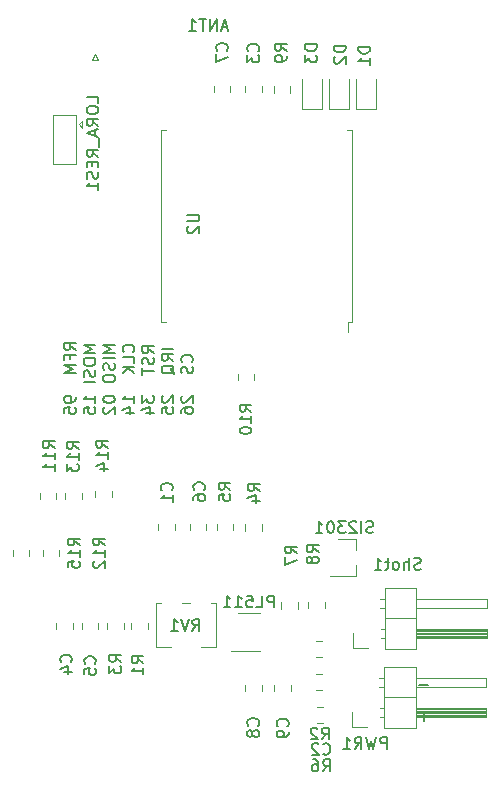
<source format=gbr>
G04 #@! TF.GenerationSoftware,KiCad,Pcbnew,(5.1.2)-2*
G04 #@! TF.CreationDate,2019-12-14T23:06:18+01:00*
G04 #@! TF.ProjectId,ttgot5,7474676f-7435-42e6-9b69-6361645f7063,rev?*
G04 #@! TF.SameCoordinates,Original*
G04 #@! TF.FileFunction,Legend,Bot*
G04 #@! TF.FilePolarity,Positive*
%FSLAX46Y46*%
G04 Gerber Fmt 4.6, Leading zero omitted, Abs format (unit mm)*
G04 Created by KiCad (PCBNEW (5.1.2)-2) date 2019-12-14 23:06:18*
%MOMM*%
%LPD*%
G04 APERTURE LIST*
%ADD10C,0.150000*%
%ADD11C,0.120000*%
G04 APERTURE END LIST*
D10*
X106344380Y-130296652D02*
X105868190Y-129963319D01*
X106344380Y-129725223D02*
X105344380Y-129725223D01*
X105344380Y-130106176D01*
X105392000Y-130201414D01*
X105439619Y-130249033D01*
X105534857Y-130296652D01*
X105677714Y-130296652D01*
X105772952Y-130249033D01*
X105820571Y-130201414D01*
X105868190Y-130106176D01*
X105868190Y-129725223D01*
X105820571Y-131058557D02*
X105820571Y-130725223D01*
X106344380Y-130725223D02*
X105344380Y-130725223D01*
X105344380Y-131201414D01*
X106344380Y-131582366D02*
X105344380Y-131582366D01*
X106058666Y-131915700D01*
X105344380Y-132249033D01*
X106344380Y-132249033D01*
X106344380Y-134296652D02*
X106344380Y-134487128D01*
X106296761Y-134582366D01*
X106249142Y-134629985D01*
X106106285Y-134725223D01*
X105915809Y-134772842D01*
X105534857Y-134772842D01*
X105439619Y-134725223D01*
X105392000Y-134677604D01*
X105344380Y-134582366D01*
X105344380Y-134391890D01*
X105392000Y-134296652D01*
X105439619Y-134249033D01*
X105534857Y-134201414D01*
X105772952Y-134201414D01*
X105868190Y-134249033D01*
X105915809Y-134296652D01*
X105963428Y-134391890D01*
X105963428Y-134582366D01*
X105915809Y-134677604D01*
X105868190Y-134725223D01*
X105772952Y-134772842D01*
X105344380Y-135677604D02*
X105344380Y-135201414D01*
X105820571Y-135153795D01*
X105772952Y-135201414D01*
X105725333Y-135296652D01*
X105725333Y-135534747D01*
X105772952Y-135629985D01*
X105820571Y-135677604D01*
X105915809Y-135725223D01*
X106153904Y-135725223D01*
X106249142Y-135677604D01*
X106296761Y-135629985D01*
X106344380Y-135534747D01*
X106344380Y-135296652D01*
X106296761Y-135201414D01*
X106249142Y-135153795D01*
X107994380Y-129868080D02*
X106994380Y-129868080D01*
X107708666Y-130201414D01*
X106994380Y-130534747D01*
X107994380Y-130534747D01*
X106994380Y-131201414D02*
X106994380Y-131391890D01*
X107042000Y-131487128D01*
X107137238Y-131582366D01*
X107327714Y-131629985D01*
X107661047Y-131629985D01*
X107851523Y-131582366D01*
X107946761Y-131487128D01*
X107994380Y-131391890D01*
X107994380Y-131201414D01*
X107946761Y-131106176D01*
X107851523Y-131010938D01*
X107661047Y-130963319D01*
X107327714Y-130963319D01*
X107137238Y-131010938D01*
X107042000Y-131106176D01*
X106994380Y-131201414D01*
X107946761Y-132010938D02*
X107994380Y-132153795D01*
X107994380Y-132391890D01*
X107946761Y-132487128D01*
X107899142Y-132534747D01*
X107803904Y-132582366D01*
X107708666Y-132582366D01*
X107613428Y-132534747D01*
X107565809Y-132487128D01*
X107518190Y-132391890D01*
X107470571Y-132201414D01*
X107422952Y-132106176D01*
X107375333Y-132058557D01*
X107280095Y-132010938D01*
X107184857Y-132010938D01*
X107089619Y-132058557D01*
X107042000Y-132106176D01*
X106994380Y-132201414D01*
X106994380Y-132439509D01*
X107042000Y-132582366D01*
X107994380Y-133010938D02*
X106994380Y-133010938D01*
X107994380Y-134772842D02*
X107994380Y-134201414D01*
X107994380Y-134487128D02*
X106994380Y-134487128D01*
X107137238Y-134391890D01*
X107232476Y-134296652D01*
X107280095Y-134201414D01*
X106994380Y-135677604D02*
X106994380Y-135201414D01*
X107470571Y-135153795D01*
X107422952Y-135201414D01*
X107375333Y-135296652D01*
X107375333Y-135534747D01*
X107422952Y-135629985D01*
X107470571Y-135677604D01*
X107565809Y-135725223D01*
X107803904Y-135725223D01*
X107899142Y-135677604D01*
X107946761Y-135629985D01*
X107994380Y-135534747D01*
X107994380Y-135296652D01*
X107946761Y-135201414D01*
X107899142Y-135153795D01*
X109644380Y-129868080D02*
X108644380Y-129868080D01*
X109358666Y-130201414D01*
X108644380Y-130534747D01*
X109644380Y-130534747D01*
X109644380Y-131010938D02*
X108644380Y-131010938D01*
X109596761Y-131439509D02*
X109644380Y-131582366D01*
X109644380Y-131820461D01*
X109596761Y-131915700D01*
X109549142Y-131963319D01*
X109453904Y-132010938D01*
X109358666Y-132010938D01*
X109263428Y-131963319D01*
X109215809Y-131915700D01*
X109168190Y-131820461D01*
X109120571Y-131629985D01*
X109072952Y-131534747D01*
X109025333Y-131487128D01*
X108930095Y-131439509D01*
X108834857Y-131439509D01*
X108739619Y-131487128D01*
X108692000Y-131534747D01*
X108644380Y-131629985D01*
X108644380Y-131868080D01*
X108692000Y-132010938D01*
X108644380Y-132629985D02*
X108644380Y-132820461D01*
X108692000Y-132915700D01*
X108787238Y-133010938D01*
X108977714Y-133058557D01*
X109311047Y-133058557D01*
X109501523Y-133010938D01*
X109596761Y-132915700D01*
X109644380Y-132820461D01*
X109644380Y-132629985D01*
X109596761Y-132534747D01*
X109501523Y-132439509D01*
X109311047Y-132391890D01*
X108977714Y-132391890D01*
X108787238Y-132439509D01*
X108692000Y-132534747D01*
X108644380Y-132629985D01*
X108644380Y-134439509D02*
X108644380Y-134534747D01*
X108692000Y-134629985D01*
X108739619Y-134677604D01*
X108834857Y-134725223D01*
X109025333Y-134772842D01*
X109263428Y-134772842D01*
X109453904Y-134725223D01*
X109549142Y-134677604D01*
X109596761Y-134629985D01*
X109644380Y-134534747D01*
X109644380Y-134439509D01*
X109596761Y-134344271D01*
X109549142Y-134296652D01*
X109453904Y-134249033D01*
X109263428Y-134201414D01*
X109025333Y-134201414D01*
X108834857Y-134249033D01*
X108739619Y-134296652D01*
X108692000Y-134344271D01*
X108644380Y-134439509D01*
X108739619Y-135153795D02*
X108692000Y-135201414D01*
X108644380Y-135296652D01*
X108644380Y-135534747D01*
X108692000Y-135629985D01*
X108739619Y-135677604D01*
X108834857Y-135725223D01*
X108930095Y-135725223D01*
X109072952Y-135677604D01*
X109644380Y-135106176D01*
X109644380Y-135725223D01*
X111199142Y-130487128D02*
X111246761Y-130439509D01*
X111294380Y-130296652D01*
X111294380Y-130201414D01*
X111246761Y-130058557D01*
X111151523Y-129963319D01*
X111056285Y-129915700D01*
X110865809Y-129868080D01*
X110722952Y-129868080D01*
X110532476Y-129915700D01*
X110437238Y-129963319D01*
X110342000Y-130058557D01*
X110294380Y-130201414D01*
X110294380Y-130296652D01*
X110342000Y-130439509D01*
X110389619Y-130487128D01*
X111294380Y-131391890D02*
X111294380Y-130915700D01*
X110294380Y-130915700D01*
X111294380Y-131725223D02*
X110294380Y-131725223D01*
X111294380Y-132296652D02*
X110722952Y-131868080D01*
X110294380Y-132296652D02*
X110865809Y-131725223D01*
X111294380Y-134772842D02*
X111294380Y-134201414D01*
X111294380Y-134487128D02*
X110294380Y-134487128D01*
X110437238Y-134391890D01*
X110532476Y-134296652D01*
X110580095Y-134201414D01*
X110627714Y-135629985D02*
X111294380Y-135629985D01*
X110246761Y-135391890D02*
X110961047Y-135153795D01*
X110961047Y-135772842D01*
X112944380Y-130582366D02*
X112468190Y-130249033D01*
X112944380Y-130010938D02*
X111944380Y-130010938D01*
X111944380Y-130391890D01*
X111992000Y-130487128D01*
X112039619Y-130534747D01*
X112134857Y-130582366D01*
X112277714Y-130582366D01*
X112372952Y-130534747D01*
X112420571Y-130487128D01*
X112468190Y-130391890D01*
X112468190Y-130010938D01*
X112896761Y-130963319D02*
X112944380Y-131106176D01*
X112944380Y-131344271D01*
X112896761Y-131439509D01*
X112849142Y-131487128D01*
X112753904Y-131534747D01*
X112658666Y-131534747D01*
X112563428Y-131487128D01*
X112515809Y-131439509D01*
X112468190Y-131344271D01*
X112420571Y-131153795D01*
X112372952Y-131058557D01*
X112325333Y-131010938D01*
X112230095Y-130963319D01*
X112134857Y-130963319D01*
X112039619Y-131010938D01*
X111992000Y-131058557D01*
X111944380Y-131153795D01*
X111944380Y-131391890D01*
X111992000Y-131534747D01*
X111944380Y-131820461D02*
X111944380Y-132391890D01*
X112944380Y-132106176D02*
X111944380Y-132106176D01*
X111944380Y-134153795D02*
X111944380Y-134772842D01*
X112325333Y-134439509D01*
X112325333Y-134582366D01*
X112372952Y-134677604D01*
X112420571Y-134725223D01*
X112515809Y-134772842D01*
X112753904Y-134772842D01*
X112849142Y-134725223D01*
X112896761Y-134677604D01*
X112944380Y-134582366D01*
X112944380Y-134296652D01*
X112896761Y-134201414D01*
X112849142Y-134153795D01*
X112277714Y-135629985D02*
X112944380Y-135629985D01*
X111896761Y-135391890D02*
X112611047Y-135153795D01*
X112611047Y-135772842D01*
X114594380Y-130201414D02*
X113594380Y-130201414D01*
X114594380Y-131249033D02*
X114118190Y-130915700D01*
X114594380Y-130677604D02*
X113594380Y-130677604D01*
X113594380Y-131058557D01*
X113642000Y-131153795D01*
X113689619Y-131201414D01*
X113784857Y-131249033D01*
X113927714Y-131249033D01*
X114022952Y-131201414D01*
X114070571Y-131153795D01*
X114118190Y-131058557D01*
X114118190Y-130677604D01*
X114689619Y-132344271D02*
X114642000Y-132249033D01*
X114546761Y-132153795D01*
X114403904Y-132010938D01*
X114356285Y-131915700D01*
X114356285Y-131820461D01*
X114594380Y-131868080D02*
X114546761Y-131772842D01*
X114451523Y-131677604D01*
X114261047Y-131629985D01*
X113927714Y-131629985D01*
X113737238Y-131677604D01*
X113642000Y-131772842D01*
X113594380Y-131868080D01*
X113594380Y-132058557D01*
X113642000Y-132153795D01*
X113737238Y-132249033D01*
X113927714Y-132296652D01*
X114261047Y-132296652D01*
X114451523Y-132249033D01*
X114546761Y-132153795D01*
X114594380Y-132058557D01*
X114594380Y-131868080D01*
X113689619Y-134201414D02*
X113642000Y-134249033D01*
X113594380Y-134344271D01*
X113594380Y-134582366D01*
X113642000Y-134677604D01*
X113689619Y-134725223D01*
X113784857Y-134772842D01*
X113880095Y-134772842D01*
X114022952Y-134725223D01*
X114594380Y-134153795D01*
X114594380Y-134772842D01*
X113594380Y-135677604D02*
X113594380Y-135201414D01*
X114070571Y-135153795D01*
X114022952Y-135201414D01*
X113975333Y-135296652D01*
X113975333Y-135534747D01*
X114022952Y-135629985D01*
X114070571Y-135677604D01*
X114165809Y-135725223D01*
X114403904Y-135725223D01*
X114499142Y-135677604D01*
X114546761Y-135629985D01*
X114594380Y-135534747D01*
X114594380Y-135296652D01*
X114546761Y-135201414D01*
X114499142Y-135153795D01*
X116149142Y-131344271D02*
X116196761Y-131296652D01*
X116244380Y-131153795D01*
X116244380Y-131058557D01*
X116196761Y-130915700D01*
X116101523Y-130820461D01*
X116006285Y-130772842D01*
X115815809Y-130725223D01*
X115672952Y-130725223D01*
X115482476Y-130772842D01*
X115387238Y-130820461D01*
X115292000Y-130915700D01*
X115244380Y-131058557D01*
X115244380Y-131153795D01*
X115292000Y-131296652D01*
X115339619Y-131344271D01*
X116196761Y-131725223D02*
X116244380Y-131868080D01*
X116244380Y-132106176D01*
X116196761Y-132201414D01*
X116149142Y-132249033D01*
X116053904Y-132296652D01*
X115958666Y-132296652D01*
X115863428Y-132249033D01*
X115815809Y-132201414D01*
X115768190Y-132106176D01*
X115720571Y-131915700D01*
X115672952Y-131820461D01*
X115625333Y-131772842D01*
X115530095Y-131725223D01*
X115434857Y-131725223D01*
X115339619Y-131772842D01*
X115292000Y-131820461D01*
X115244380Y-131915700D01*
X115244380Y-132153795D01*
X115292000Y-132296652D01*
X115339619Y-134201414D02*
X115292000Y-134249033D01*
X115244380Y-134344271D01*
X115244380Y-134582366D01*
X115292000Y-134677604D01*
X115339619Y-134725223D01*
X115434857Y-134772842D01*
X115530095Y-134772842D01*
X115672952Y-134725223D01*
X116244380Y-134153795D01*
X116244380Y-134772842D01*
X115244380Y-135629985D02*
X115244380Y-135439509D01*
X115292000Y-135344271D01*
X115339619Y-135296652D01*
X115482476Y-135201414D01*
X115672952Y-135153795D01*
X116053904Y-135153795D01*
X116149142Y-135201414D01*
X116196761Y-135249033D01*
X116244380Y-135344271D01*
X116244380Y-135534747D01*
X116196761Y-135629985D01*
X116149142Y-135677604D01*
X116053904Y-135725223D01*
X115815809Y-135725223D01*
X115720571Y-135677604D01*
X115672952Y-135629985D01*
X115625333Y-135534747D01*
X115625333Y-135344271D01*
X115672952Y-135249033D01*
X115720571Y-135201414D01*
X115815809Y-135153795D01*
X136180952Y-158671428D02*
X135419047Y-158671428D01*
X136180952Y-161371428D02*
X135419047Y-161371428D01*
X135800000Y-161752380D02*
X135800000Y-160990476D01*
D11*
X129790400Y-155571200D02*
X131060400Y-155571200D01*
X129790400Y-154301200D02*
X129790400Y-155571200D01*
X132103329Y-151381200D02*
X132500400Y-151381200D01*
X132103329Y-152141200D02*
X132500400Y-152141200D01*
X141160400Y-151381200D02*
X135160400Y-151381200D01*
X141160400Y-152141200D02*
X141160400Y-151381200D01*
X135160400Y-152141200D02*
X141160400Y-152141200D01*
X132500400Y-153031200D02*
X135160400Y-153031200D01*
X132170400Y-153921200D02*
X132500400Y-153921200D01*
X132170400Y-154681200D02*
X132500400Y-154681200D01*
X135160400Y-154021200D02*
X141160400Y-154021200D01*
X135160400Y-154141200D02*
X141160400Y-154141200D01*
X135160400Y-154261200D02*
X141160400Y-154261200D01*
X135160400Y-154381200D02*
X141160400Y-154381200D01*
X135160400Y-154501200D02*
X141160400Y-154501200D01*
X135160400Y-154621200D02*
X141160400Y-154621200D01*
X141160400Y-153921200D02*
X135160400Y-153921200D01*
X141160400Y-154681200D02*
X141160400Y-153921200D01*
X135160400Y-154681200D02*
X141160400Y-154681200D01*
X135160400Y-155631200D02*
X132500400Y-155631200D01*
X135160400Y-150431200D02*
X135160400Y-155631200D01*
X132500400Y-150431200D02*
X135160400Y-150431200D01*
X132500400Y-155631200D02*
X132500400Y-150431200D01*
X129730000Y-162270000D02*
X131000000Y-162270000D01*
X129730000Y-161000000D02*
X129730000Y-162270000D01*
X132042929Y-158080000D02*
X132440000Y-158080000D01*
X132042929Y-158840000D02*
X132440000Y-158840000D01*
X141100000Y-158080000D02*
X135100000Y-158080000D01*
X141100000Y-158840000D02*
X141100000Y-158080000D01*
X135100000Y-158840000D02*
X141100000Y-158840000D01*
X132440000Y-159730000D02*
X135100000Y-159730000D01*
X132110000Y-160620000D02*
X132440000Y-160620000D01*
X132110000Y-161380000D02*
X132440000Y-161380000D01*
X135100000Y-160720000D02*
X141100000Y-160720000D01*
X135100000Y-160840000D02*
X141100000Y-160840000D01*
X135100000Y-160960000D02*
X141100000Y-160960000D01*
X135100000Y-161080000D02*
X141100000Y-161080000D01*
X135100000Y-161200000D02*
X141100000Y-161200000D01*
X135100000Y-161320000D02*
X141100000Y-161320000D01*
X141100000Y-160620000D02*
X135100000Y-160620000D01*
X141100000Y-161380000D02*
X141100000Y-160620000D01*
X135100000Y-161380000D02*
X141100000Y-161380000D01*
X135100000Y-162330000D02*
X132440000Y-162330000D01*
X135100000Y-157130000D02*
X135100000Y-162330000D01*
X132440000Y-157130000D02*
X135100000Y-157130000D01*
X132440000Y-162330000D02*
X132440000Y-157130000D01*
X124556800Y-158671748D02*
X124556800Y-159194252D01*
X123136800Y-158671748D02*
X123136800Y-159194252D01*
X122067600Y-158704548D02*
X122067600Y-159227052D01*
X120647600Y-158704548D02*
X120647600Y-159227052D01*
X108000000Y-105260000D02*
X108250000Y-105760000D01*
X108250000Y-105760000D02*
X107750000Y-105760000D01*
X107750000Y-105760000D02*
X108000000Y-105260000D01*
X100988000Y-147764252D02*
X100988000Y-147241748D01*
X102408000Y-147764252D02*
X102408000Y-147241748D01*
X104694000Y-142406748D02*
X104694000Y-142929252D01*
X103274000Y-142406748D02*
X103274000Y-142929252D01*
X120038000Y-132896252D02*
X120038000Y-132373748D01*
X121458000Y-132896252D02*
X121458000Y-132373748D01*
X104381000Y-110450000D02*
X104381000Y-114550000D01*
X104381000Y-114550000D02*
X106381000Y-114550000D01*
X106381000Y-114550000D02*
X106381000Y-110450000D01*
X106381000Y-110450000D02*
X104381000Y-110450000D01*
X106581000Y-111200000D02*
X106881000Y-110900000D01*
X106881000Y-110900000D02*
X106881000Y-111500000D01*
X106581000Y-111200000D02*
X106881000Y-111500000D01*
X123086000Y-108521252D02*
X123086000Y-107998748D01*
X124506000Y-108521252D02*
X124506000Y-107998748D01*
X113307000Y-145073748D02*
X113307000Y-145596252D01*
X114727000Y-145073748D02*
X114727000Y-145596252D01*
X126700748Y-159126000D02*
X127223252Y-159126000D01*
X126700748Y-157706000D02*
X127223252Y-157706000D01*
X122093000Y-107980748D02*
X122093000Y-108503252D01*
X120673000Y-107980748D02*
X120673000Y-108503252D01*
X131758000Y-109878000D02*
X130058000Y-109878000D01*
X130058000Y-109878000D02*
X130058000Y-107328000D01*
X131758000Y-109878000D02*
X131758000Y-107328000D01*
X129472000Y-109878000D02*
X129472000Y-107328000D01*
X127772000Y-109878000D02*
X127772000Y-107328000D01*
X129472000Y-109878000D02*
X127772000Y-109878000D01*
X127186000Y-109878000D02*
X125486000Y-109878000D01*
X125486000Y-109878000D02*
X125486000Y-107328000D01*
X127186000Y-109878000D02*
X127186000Y-107328000D01*
X130033000Y-146295000D02*
X130033000Y-147225000D01*
X130033000Y-149455000D02*
X130033000Y-148525000D01*
X130033000Y-149455000D02*
X127873000Y-149455000D01*
X130033000Y-146295000D02*
X128573000Y-146295000D01*
X111021000Y-153978252D02*
X111021000Y-153455748D01*
X112441000Y-153978252D02*
X112441000Y-153455748D01*
X127223252Y-156332000D02*
X126700748Y-156332000D01*
X127223252Y-154912000D02*
X126700748Y-154912000D01*
X110409000Y-153978252D02*
X110409000Y-153455748D01*
X108989000Y-153978252D02*
X108989000Y-153455748D01*
X120673000Y-145082748D02*
X120673000Y-145605252D01*
X122093000Y-145082748D02*
X122093000Y-145605252D01*
X118260000Y-145064748D02*
X118260000Y-145587252D01*
X119680000Y-145064748D02*
X119680000Y-145587252D01*
X127241252Y-161920000D02*
X126718748Y-161920000D01*
X127241252Y-160500000D02*
X126718748Y-160500000D01*
X125141000Y-152209252D02*
X125141000Y-151686748D01*
X123721000Y-152209252D02*
X123721000Y-151686748D01*
X120102000Y-152615000D02*
X121902000Y-152615000D01*
X121902000Y-155835000D02*
X119452000Y-155835000D01*
X129737000Y-127908000D02*
X129737000Y-111708000D01*
X129737000Y-111708000D02*
X129337000Y-111708000D01*
X113937000Y-127908000D02*
X113537000Y-127908000D01*
X113537000Y-127908000D02*
X113537000Y-111708000D01*
X113537000Y-111708000D02*
X113937000Y-111708000D01*
X129737000Y-127908000D02*
X129387000Y-127908000D01*
X129387000Y-127908000D02*
X129387000Y-128808000D01*
X126007000Y-151668748D02*
X126007000Y-152191252D01*
X127427000Y-151668748D02*
X127427000Y-152191252D01*
X106091000Y-153978252D02*
X106091000Y-153455748D01*
X104671000Y-153978252D02*
X104671000Y-153455748D01*
X108250000Y-153455748D02*
X108250000Y-153978252D01*
X106830000Y-153455748D02*
X106830000Y-153978252D01*
X115974000Y-145073748D02*
X115974000Y-145596252D01*
X117394000Y-145073748D02*
X117394000Y-145596252D01*
X104948000Y-147764252D02*
X104948000Y-147241748D01*
X103528000Y-147764252D02*
X103528000Y-147241748D01*
X105433000Y-142920252D02*
X105433000Y-142397748D01*
X106853000Y-142920252D02*
X106853000Y-142397748D01*
X107973000Y-142270748D02*
X107973000Y-142793252D01*
X109393000Y-142270748D02*
X109393000Y-142793252D01*
X118006000Y-107980748D02*
X118006000Y-108503252D01*
X119426000Y-107980748D02*
X119426000Y-108503252D01*
X113528000Y-151730000D02*
X113148000Y-151730000D01*
X118188000Y-151730000D02*
X117808000Y-151730000D01*
X116028000Y-151730000D02*
X115308000Y-151730000D01*
X118188000Y-155470000D02*
X116908000Y-155470000D01*
X114428000Y-155470000D02*
X113148000Y-155470000D01*
X118188000Y-151730000D02*
X118188000Y-155470000D01*
X113148000Y-151730000D02*
X113148000Y-155470000D01*
D10*
X135552780Y-148863961D02*
X135409923Y-148911580D01*
X135171828Y-148911580D01*
X135076590Y-148863961D01*
X135028971Y-148816342D01*
X134981352Y-148721104D01*
X134981352Y-148625866D01*
X135028971Y-148530628D01*
X135076590Y-148483009D01*
X135171828Y-148435390D01*
X135362304Y-148387771D01*
X135457542Y-148340152D01*
X135505161Y-148292533D01*
X135552780Y-148197295D01*
X135552780Y-148102057D01*
X135505161Y-148006819D01*
X135457542Y-147959200D01*
X135362304Y-147911580D01*
X135124209Y-147911580D01*
X134981352Y-147959200D01*
X134552780Y-148911580D02*
X134552780Y-147911580D01*
X134124209Y-148911580D02*
X134124209Y-148387771D01*
X134171828Y-148292533D01*
X134267066Y-148244914D01*
X134409923Y-148244914D01*
X134505161Y-148292533D01*
X134552780Y-148340152D01*
X133505161Y-148911580D02*
X133600400Y-148863961D01*
X133648019Y-148816342D01*
X133695638Y-148721104D01*
X133695638Y-148435390D01*
X133648019Y-148340152D01*
X133600400Y-148292533D01*
X133505161Y-148244914D01*
X133362304Y-148244914D01*
X133267066Y-148292533D01*
X133219447Y-148340152D01*
X133171828Y-148435390D01*
X133171828Y-148721104D01*
X133219447Y-148816342D01*
X133267066Y-148863961D01*
X133362304Y-148911580D01*
X133505161Y-148911580D01*
X132886114Y-148244914D02*
X132505161Y-148244914D01*
X132743257Y-147911580D02*
X132743257Y-148768723D01*
X132695638Y-148863961D01*
X132600400Y-148911580D01*
X132505161Y-148911580D01*
X131648019Y-148911580D02*
X132219447Y-148911580D01*
X131933733Y-148911580D02*
X131933733Y-147911580D01*
X132028971Y-148054438D01*
X132124209Y-148149676D01*
X132219447Y-148197295D01*
X132666723Y-164100780D02*
X132666723Y-163100780D01*
X132285771Y-163100780D01*
X132190533Y-163148400D01*
X132142914Y-163196019D01*
X132095295Y-163291257D01*
X132095295Y-163434114D01*
X132142914Y-163529352D01*
X132190533Y-163576971D01*
X132285771Y-163624590D01*
X132666723Y-163624590D01*
X131761961Y-163100780D02*
X131523866Y-164100780D01*
X131333390Y-163386495D01*
X131142914Y-164100780D01*
X130904819Y-163100780D01*
X129952438Y-164100780D02*
X130285771Y-163624590D01*
X130523866Y-164100780D02*
X130523866Y-163100780D01*
X130142914Y-163100780D01*
X130047676Y-163148400D01*
X130000057Y-163196019D01*
X129952438Y-163291257D01*
X129952438Y-163434114D01*
X130000057Y-163529352D01*
X130047676Y-163576971D01*
X130142914Y-163624590D01*
X130523866Y-163624590D01*
X129000057Y-164100780D02*
X129571485Y-164100780D01*
X129285771Y-164100780D02*
X129285771Y-163100780D01*
X129381009Y-163243638D01*
X129476247Y-163338876D01*
X129571485Y-163386495D01*
X124254742Y-162160933D02*
X124302361Y-162113314D01*
X124349980Y-161970457D01*
X124349980Y-161875219D01*
X124302361Y-161732361D01*
X124207123Y-161637123D01*
X124111885Y-161589504D01*
X123921409Y-161541885D01*
X123778552Y-161541885D01*
X123588076Y-161589504D01*
X123492838Y-161637123D01*
X123397600Y-161732361D01*
X123349980Y-161875219D01*
X123349980Y-161970457D01*
X123397600Y-162113314D01*
X123445219Y-162160933D01*
X124349980Y-162637123D02*
X124349980Y-162827600D01*
X124302361Y-162922838D01*
X124254742Y-162970457D01*
X124111885Y-163065695D01*
X123921409Y-163113314D01*
X123540457Y-163113314D01*
X123445219Y-163065695D01*
X123397600Y-163018076D01*
X123349980Y-162922838D01*
X123349980Y-162732361D01*
X123397600Y-162637123D01*
X123445219Y-162589504D01*
X123540457Y-162541885D01*
X123778552Y-162541885D01*
X123873790Y-162589504D01*
X123921409Y-162637123D01*
X123969028Y-162732361D01*
X123969028Y-162922838D01*
X123921409Y-163018076D01*
X123873790Y-163065695D01*
X123778552Y-163113314D01*
X121765542Y-162110133D02*
X121813161Y-162062514D01*
X121860780Y-161919657D01*
X121860780Y-161824419D01*
X121813161Y-161681561D01*
X121717923Y-161586323D01*
X121622685Y-161538704D01*
X121432209Y-161491085D01*
X121289352Y-161491085D01*
X121098876Y-161538704D01*
X121003638Y-161586323D01*
X120908400Y-161681561D01*
X120860780Y-161824419D01*
X120860780Y-161919657D01*
X120908400Y-162062514D01*
X120956019Y-162110133D01*
X121289352Y-162681561D02*
X121241733Y-162586323D01*
X121194114Y-162538704D01*
X121098876Y-162491085D01*
X121051257Y-162491085D01*
X120956019Y-162538704D01*
X120908400Y-162586323D01*
X120860780Y-162681561D01*
X120860780Y-162872038D01*
X120908400Y-162967276D01*
X120956019Y-163014895D01*
X121051257Y-163062514D01*
X121098876Y-163062514D01*
X121194114Y-163014895D01*
X121241733Y-162967276D01*
X121289352Y-162872038D01*
X121289352Y-162681561D01*
X121336971Y-162586323D01*
X121384590Y-162538704D01*
X121479828Y-162491085D01*
X121670304Y-162491085D01*
X121765542Y-162538704D01*
X121813161Y-162586323D01*
X121860780Y-162681561D01*
X121860780Y-162872038D01*
X121813161Y-162967276D01*
X121765542Y-163014895D01*
X121670304Y-163062514D01*
X121479828Y-163062514D01*
X121384590Y-163014895D01*
X121336971Y-162967276D01*
X121289352Y-162872038D01*
X119166647Y-103007466D02*
X118690457Y-103007466D01*
X119261885Y-103293180D02*
X118928552Y-102293180D01*
X118595219Y-103293180D01*
X118261885Y-103293180D02*
X118261885Y-102293180D01*
X117690457Y-103293180D01*
X117690457Y-102293180D01*
X117357123Y-102293180D02*
X116785695Y-102293180D01*
X117071409Y-103293180D02*
X117071409Y-102293180D01*
X115928552Y-103293180D02*
X116499980Y-103293180D01*
X116214266Y-103293180D02*
X116214266Y-102293180D01*
X116309504Y-102436038D01*
X116404742Y-102531276D01*
X116499980Y-102578895D01*
X106671580Y-146851142D02*
X106195390Y-146517809D01*
X106671580Y-146279714D02*
X105671580Y-146279714D01*
X105671580Y-146660666D01*
X105719200Y-146755904D01*
X105766819Y-146803523D01*
X105862057Y-146851142D01*
X106004914Y-146851142D01*
X106100152Y-146803523D01*
X106147771Y-146755904D01*
X106195390Y-146660666D01*
X106195390Y-146279714D01*
X106671580Y-147803523D02*
X106671580Y-147232095D01*
X106671580Y-147517809D02*
X105671580Y-147517809D01*
X105814438Y-147422571D01*
X105909676Y-147327333D01*
X105957295Y-147232095D01*
X105671580Y-148708285D02*
X105671580Y-148232095D01*
X106147771Y-148184476D01*
X106100152Y-148232095D01*
X106052533Y-148327333D01*
X106052533Y-148565428D01*
X106100152Y-148660666D01*
X106147771Y-148708285D01*
X106243009Y-148755904D01*
X106481104Y-148755904D01*
X106576342Y-148708285D01*
X106623961Y-148660666D01*
X106671580Y-148565428D01*
X106671580Y-148327333D01*
X106623961Y-148232095D01*
X106576342Y-148184476D01*
X104537980Y-138621542D02*
X104061790Y-138288209D01*
X104537980Y-138050114D02*
X103537980Y-138050114D01*
X103537980Y-138431066D01*
X103585600Y-138526304D01*
X103633219Y-138573923D01*
X103728457Y-138621542D01*
X103871314Y-138621542D01*
X103966552Y-138573923D01*
X104014171Y-138526304D01*
X104061790Y-138431066D01*
X104061790Y-138050114D01*
X104537980Y-139573923D02*
X104537980Y-139002495D01*
X104537980Y-139288209D02*
X103537980Y-139288209D01*
X103680838Y-139192971D01*
X103776076Y-139097733D01*
X103823695Y-139002495D01*
X104537980Y-140526304D02*
X104537980Y-139954876D01*
X104537980Y-140240590D02*
X103537980Y-140240590D01*
X103680838Y-140145352D01*
X103776076Y-140050114D01*
X103823695Y-139954876D01*
X121200380Y-135522742D02*
X120724190Y-135189409D01*
X121200380Y-134951314D02*
X120200380Y-134951314D01*
X120200380Y-135332266D01*
X120248000Y-135427504D01*
X120295619Y-135475123D01*
X120390857Y-135522742D01*
X120533714Y-135522742D01*
X120628952Y-135475123D01*
X120676571Y-135427504D01*
X120724190Y-135332266D01*
X120724190Y-134951314D01*
X121200380Y-136475123D02*
X121200380Y-135903695D01*
X121200380Y-136189409D02*
X120200380Y-136189409D01*
X120343238Y-136094171D01*
X120438476Y-135998933D01*
X120486095Y-135903695D01*
X120200380Y-137094171D02*
X120200380Y-137189409D01*
X120248000Y-137284647D01*
X120295619Y-137332266D01*
X120390857Y-137379885D01*
X120581333Y-137427504D01*
X120819428Y-137427504D01*
X121009904Y-137379885D01*
X121105142Y-137332266D01*
X121152761Y-137284647D01*
X121200380Y-137189409D01*
X121200380Y-137094171D01*
X121152761Y-136998933D01*
X121105142Y-136951314D01*
X121009904Y-136903695D01*
X120819428Y-136856076D01*
X120581333Y-136856076D01*
X120390857Y-136903695D01*
X120295619Y-136951314D01*
X120248000Y-136998933D01*
X120200380Y-137094171D01*
X108246380Y-109369028D02*
X108246380Y-108892838D01*
X107246380Y-108892838D01*
X107246380Y-109892838D02*
X107246380Y-110083314D01*
X107294000Y-110178552D01*
X107389238Y-110273790D01*
X107579714Y-110321409D01*
X107913047Y-110321409D01*
X108103523Y-110273790D01*
X108198761Y-110178552D01*
X108246380Y-110083314D01*
X108246380Y-109892838D01*
X108198761Y-109797600D01*
X108103523Y-109702361D01*
X107913047Y-109654742D01*
X107579714Y-109654742D01*
X107389238Y-109702361D01*
X107294000Y-109797600D01*
X107246380Y-109892838D01*
X108246380Y-111321409D02*
X107770190Y-110988076D01*
X108246380Y-110749980D02*
X107246380Y-110749980D01*
X107246380Y-111130933D01*
X107294000Y-111226171D01*
X107341619Y-111273790D01*
X107436857Y-111321409D01*
X107579714Y-111321409D01*
X107674952Y-111273790D01*
X107722571Y-111226171D01*
X107770190Y-111130933D01*
X107770190Y-110749980D01*
X107960666Y-111702361D02*
X107960666Y-112178552D01*
X108246380Y-111607123D02*
X107246380Y-111940457D01*
X108246380Y-112273790D01*
X108341619Y-112369028D02*
X108341619Y-113130933D01*
X108246380Y-113940457D02*
X107770190Y-113607123D01*
X108246380Y-113369028D02*
X107246380Y-113369028D01*
X107246380Y-113749980D01*
X107294000Y-113845219D01*
X107341619Y-113892838D01*
X107436857Y-113940457D01*
X107579714Y-113940457D01*
X107674952Y-113892838D01*
X107722571Y-113845219D01*
X107770190Y-113749980D01*
X107770190Y-113369028D01*
X107722571Y-114369028D02*
X107722571Y-114702361D01*
X108246380Y-114845219D02*
X108246380Y-114369028D01*
X107246380Y-114369028D01*
X107246380Y-114845219D01*
X108198761Y-115226171D02*
X108246380Y-115369028D01*
X108246380Y-115607123D01*
X108198761Y-115702361D01*
X108151142Y-115749980D01*
X108055904Y-115797600D01*
X107960666Y-115797600D01*
X107865428Y-115749980D01*
X107817809Y-115702361D01*
X107770190Y-115607123D01*
X107722571Y-115416647D01*
X107674952Y-115321409D01*
X107627333Y-115273790D01*
X107532095Y-115226171D01*
X107436857Y-115226171D01*
X107341619Y-115273790D01*
X107294000Y-115321409D01*
X107246380Y-115416647D01*
X107246380Y-115654742D01*
X107294000Y-115797600D01*
X108246380Y-116749980D02*
X108246380Y-116178552D01*
X108246380Y-116464266D02*
X107246380Y-116464266D01*
X107389238Y-116369028D01*
X107484476Y-116273790D01*
X107532095Y-116178552D01*
X124197580Y-104960133D02*
X123721390Y-104626800D01*
X124197580Y-104388704D02*
X123197580Y-104388704D01*
X123197580Y-104769657D01*
X123245200Y-104864895D01*
X123292819Y-104912514D01*
X123388057Y-104960133D01*
X123530914Y-104960133D01*
X123626152Y-104912514D01*
X123673771Y-104864895D01*
X123721390Y-104769657D01*
X123721390Y-104388704D01*
X124197580Y-105436323D02*
X124197580Y-105626800D01*
X124149961Y-105722038D01*
X124102342Y-105769657D01*
X123959485Y-105864895D01*
X123769009Y-105912514D01*
X123388057Y-105912514D01*
X123292819Y-105864895D01*
X123245200Y-105817276D01*
X123197580Y-105722038D01*
X123197580Y-105531561D01*
X123245200Y-105436323D01*
X123292819Y-105388704D01*
X123388057Y-105341085D01*
X123626152Y-105341085D01*
X123721390Y-105388704D01*
X123769009Y-105436323D01*
X123816628Y-105531561D01*
X123816628Y-105722038D01*
X123769009Y-105817276D01*
X123721390Y-105864895D01*
X123626152Y-105912514D01*
X114450342Y-142196533D02*
X114497961Y-142148914D01*
X114545580Y-142006057D01*
X114545580Y-141910819D01*
X114497961Y-141767961D01*
X114402723Y-141672723D01*
X114307485Y-141625104D01*
X114117009Y-141577485D01*
X113974152Y-141577485D01*
X113783676Y-141625104D01*
X113688438Y-141672723D01*
X113593200Y-141767961D01*
X113545580Y-141910819D01*
X113545580Y-142006057D01*
X113593200Y-142148914D01*
X113640819Y-142196533D01*
X114545580Y-143148914D02*
X114545580Y-142577485D01*
X114545580Y-142863200D02*
X113545580Y-142863200D01*
X113688438Y-142767961D01*
X113783676Y-142672723D01*
X113831295Y-142577485D01*
X127264666Y-164513542D02*
X127312285Y-164561161D01*
X127455142Y-164608780D01*
X127550380Y-164608780D01*
X127693238Y-164561161D01*
X127788476Y-164465923D01*
X127836095Y-164370685D01*
X127883714Y-164180209D01*
X127883714Y-164037352D01*
X127836095Y-163846876D01*
X127788476Y-163751638D01*
X127693238Y-163656400D01*
X127550380Y-163608780D01*
X127455142Y-163608780D01*
X127312285Y-163656400D01*
X127264666Y-163704019D01*
X126883714Y-163704019D02*
X126836095Y-163656400D01*
X126740857Y-163608780D01*
X126502761Y-163608780D01*
X126407523Y-163656400D01*
X126359904Y-163704019D01*
X126312285Y-163799257D01*
X126312285Y-163894495D01*
X126359904Y-164037352D01*
X126931333Y-164608780D01*
X126312285Y-164608780D01*
X121765542Y-105010933D02*
X121813161Y-104963314D01*
X121860780Y-104820457D01*
X121860780Y-104725219D01*
X121813161Y-104582361D01*
X121717923Y-104487123D01*
X121622685Y-104439504D01*
X121432209Y-104391885D01*
X121289352Y-104391885D01*
X121098876Y-104439504D01*
X121003638Y-104487123D01*
X120908400Y-104582361D01*
X120860780Y-104725219D01*
X120860780Y-104820457D01*
X120908400Y-104963314D01*
X120956019Y-105010933D01*
X120860780Y-105344266D02*
X120860780Y-105963314D01*
X121241733Y-105629980D01*
X121241733Y-105772838D01*
X121289352Y-105868076D01*
X121336971Y-105915695D01*
X121432209Y-105963314D01*
X121670304Y-105963314D01*
X121765542Y-105915695D01*
X121813161Y-105868076D01*
X121860780Y-105772838D01*
X121860780Y-105487123D01*
X121813161Y-105391885D01*
X121765542Y-105344266D01*
X131258780Y-104642704D02*
X130258780Y-104642704D01*
X130258780Y-104880800D01*
X130306400Y-105023657D01*
X130401638Y-105118895D01*
X130496876Y-105166514D01*
X130687352Y-105214133D01*
X130830209Y-105214133D01*
X131020685Y-105166514D01*
X131115923Y-105118895D01*
X131211161Y-105023657D01*
X131258780Y-104880800D01*
X131258780Y-104642704D01*
X131258780Y-106166514D02*
X131258780Y-105595085D01*
X131258780Y-105880800D02*
X130258780Y-105880800D01*
X130401638Y-105785561D01*
X130496876Y-105690323D01*
X130544495Y-105595085D01*
X129175980Y-104541104D02*
X128175980Y-104541104D01*
X128175980Y-104779200D01*
X128223600Y-104922057D01*
X128318838Y-105017295D01*
X128414076Y-105064914D01*
X128604552Y-105112533D01*
X128747409Y-105112533D01*
X128937885Y-105064914D01*
X129033123Y-105017295D01*
X129128361Y-104922057D01*
X129175980Y-104779200D01*
X129175980Y-104541104D01*
X128271219Y-105493485D02*
X128223600Y-105541104D01*
X128175980Y-105636342D01*
X128175980Y-105874438D01*
X128223600Y-105969676D01*
X128271219Y-106017295D01*
X128366457Y-106064914D01*
X128461695Y-106064914D01*
X128604552Y-106017295D01*
X129175980Y-105445866D01*
X129175980Y-106064914D01*
X126737580Y-104439504D02*
X125737580Y-104439504D01*
X125737580Y-104677600D01*
X125785200Y-104820457D01*
X125880438Y-104915695D01*
X125975676Y-104963314D01*
X126166152Y-105010933D01*
X126309009Y-105010933D01*
X126499485Y-104963314D01*
X126594723Y-104915695D01*
X126689961Y-104820457D01*
X126737580Y-104677600D01*
X126737580Y-104439504D01*
X125737580Y-105344266D02*
X125737580Y-105963314D01*
X126118533Y-105629980D01*
X126118533Y-105772838D01*
X126166152Y-105868076D01*
X126213771Y-105915695D01*
X126309009Y-105963314D01*
X126547104Y-105963314D01*
X126642342Y-105915695D01*
X126689961Y-105868076D01*
X126737580Y-105772838D01*
X126737580Y-105487123D01*
X126689961Y-105391885D01*
X126642342Y-105344266D01*
X131507771Y-145765161D02*
X131364914Y-145812780D01*
X131126819Y-145812780D01*
X131031580Y-145765161D01*
X130983961Y-145717542D01*
X130936342Y-145622304D01*
X130936342Y-145527066D01*
X130983961Y-145431828D01*
X131031580Y-145384209D01*
X131126819Y-145336590D01*
X131317295Y-145288971D01*
X131412533Y-145241352D01*
X131460152Y-145193733D01*
X131507771Y-145098495D01*
X131507771Y-145003257D01*
X131460152Y-144908019D01*
X131412533Y-144860400D01*
X131317295Y-144812780D01*
X131079200Y-144812780D01*
X130936342Y-144860400D01*
X130507771Y-145812780D02*
X130507771Y-144812780D01*
X130079200Y-144908019D02*
X130031580Y-144860400D01*
X129936342Y-144812780D01*
X129698247Y-144812780D01*
X129603009Y-144860400D01*
X129555390Y-144908019D01*
X129507771Y-145003257D01*
X129507771Y-145098495D01*
X129555390Y-145241352D01*
X130126819Y-145812780D01*
X129507771Y-145812780D01*
X129174438Y-144812780D02*
X128555390Y-144812780D01*
X128888723Y-145193733D01*
X128745866Y-145193733D01*
X128650628Y-145241352D01*
X128603009Y-145288971D01*
X128555390Y-145384209D01*
X128555390Y-145622304D01*
X128603009Y-145717542D01*
X128650628Y-145765161D01*
X128745866Y-145812780D01*
X129031580Y-145812780D01*
X129126819Y-145765161D01*
X129174438Y-145717542D01*
X127936342Y-144812780D02*
X127841104Y-144812780D01*
X127745866Y-144860400D01*
X127698247Y-144908019D01*
X127650628Y-145003257D01*
X127603009Y-145193733D01*
X127603009Y-145431828D01*
X127650628Y-145622304D01*
X127698247Y-145717542D01*
X127745866Y-145765161D01*
X127841104Y-145812780D01*
X127936342Y-145812780D01*
X128031580Y-145765161D01*
X128079200Y-145717542D01*
X128126819Y-145622304D01*
X128174438Y-145431828D01*
X128174438Y-145193733D01*
X128126819Y-145003257D01*
X128079200Y-144908019D01*
X128031580Y-144860400D01*
X127936342Y-144812780D01*
X126650628Y-145812780D02*
X127222057Y-145812780D01*
X126936342Y-145812780D02*
X126936342Y-144812780D01*
X127031580Y-144955638D01*
X127126819Y-145050876D01*
X127222057Y-145098495D01*
X112056380Y-156826933D02*
X111580190Y-156493600D01*
X112056380Y-156255504D02*
X111056380Y-156255504D01*
X111056380Y-156636457D01*
X111104000Y-156731695D01*
X111151619Y-156779314D01*
X111246857Y-156826933D01*
X111389714Y-156826933D01*
X111484952Y-156779314D01*
X111532571Y-156731695D01*
X111580190Y-156636457D01*
X111580190Y-156255504D01*
X112056380Y-157779314D02*
X112056380Y-157207885D01*
X112056380Y-157493600D02*
X111056380Y-157493600D01*
X111199238Y-157398361D01*
X111294476Y-157303123D01*
X111342095Y-157207885D01*
X127163066Y-163287980D02*
X127496400Y-162811790D01*
X127734495Y-163287980D02*
X127734495Y-162287980D01*
X127353542Y-162287980D01*
X127258304Y-162335600D01*
X127210685Y-162383219D01*
X127163066Y-162478457D01*
X127163066Y-162621314D01*
X127210685Y-162716552D01*
X127258304Y-162764171D01*
X127353542Y-162811790D01*
X127734495Y-162811790D01*
X126782114Y-162383219D02*
X126734495Y-162335600D01*
X126639257Y-162287980D01*
X126401161Y-162287980D01*
X126305923Y-162335600D01*
X126258304Y-162383219D01*
X126210685Y-162478457D01*
X126210685Y-162573695D01*
X126258304Y-162716552D01*
X126829733Y-163287980D01*
X126210685Y-163287980D01*
X110176780Y-156725333D02*
X109700590Y-156392000D01*
X110176780Y-156153904D02*
X109176780Y-156153904D01*
X109176780Y-156534857D01*
X109224400Y-156630095D01*
X109272019Y-156677714D01*
X109367257Y-156725333D01*
X109510114Y-156725333D01*
X109605352Y-156677714D01*
X109652971Y-156630095D01*
X109700590Y-156534857D01*
X109700590Y-156153904D01*
X109176780Y-157058666D02*
X109176780Y-157677714D01*
X109557733Y-157344380D01*
X109557733Y-157487238D01*
X109605352Y-157582476D01*
X109652971Y-157630095D01*
X109748209Y-157677714D01*
X109986304Y-157677714D01*
X110081542Y-157630095D01*
X110129161Y-157582476D01*
X110176780Y-157487238D01*
X110176780Y-157201523D01*
X110129161Y-157106285D01*
X110081542Y-157058666D01*
X121911580Y-142247333D02*
X121435390Y-141914000D01*
X121911580Y-141675904D02*
X120911580Y-141675904D01*
X120911580Y-142056857D01*
X120959200Y-142152095D01*
X121006819Y-142199714D01*
X121102057Y-142247333D01*
X121244914Y-142247333D01*
X121340152Y-142199714D01*
X121387771Y-142152095D01*
X121435390Y-142056857D01*
X121435390Y-141675904D01*
X121244914Y-143104476D02*
X121911580Y-143104476D01*
X120863961Y-142866380D02*
X121578247Y-142628285D01*
X121578247Y-143247333D01*
X119422380Y-142145733D02*
X118946190Y-141812400D01*
X119422380Y-141574304D02*
X118422380Y-141574304D01*
X118422380Y-141955257D01*
X118470000Y-142050495D01*
X118517619Y-142098114D01*
X118612857Y-142145733D01*
X118755714Y-142145733D01*
X118850952Y-142098114D01*
X118898571Y-142050495D01*
X118946190Y-141955257D01*
X118946190Y-141574304D01*
X118422380Y-143050495D02*
X118422380Y-142574304D01*
X118898571Y-142526685D01*
X118850952Y-142574304D01*
X118803333Y-142669542D01*
X118803333Y-142907638D01*
X118850952Y-143002876D01*
X118898571Y-143050495D01*
X118993809Y-143098114D01*
X119231904Y-143098114D01*
X119327142Y-143050495D01*
X119374761Y-143002876D01*
X119422380Y-142907638D01*
X119422380Y-142669542D01*
X119374761Y-142574304D01*
X119327142Y-142526685D01*
X127264666Y-165980380D02*
X127598000Y-165504190D01*
X127836095Y-165980380D02*
X127836095Y-164980380D01*
X127455142Y-164980380D01*
X127359904Y-165028000D01*
X127312285Y-165075619D01*
X127264666Y-165170857D01*
X127264666Y-165313714D01*
X127312285Y-165408952D01*
X127359904Y-165456571D01*
X127455142Y-165504190D01*
X127836095Y-165504190D01*
X126407523Y-164980380D02*
X126598000Y-164980380D01*
X126693238Y-165028000D01*
X126740857Y-165075619D01*
X126836095Y-165218476D01*
X126883714Y-165408952D01*
X126883714Y-165789904D01*
X126836095Y-165885142D01*
X126788476Y-165932761D01*
X126693238Y-165980380D01*
X126502761Y-165980380D01*
X126407523Y-165932761D01*
X126359904Y-165885142D01*
X126312285Y-165789904D01*
X126312285Y-165551809D01*
X126359904Y-165456571D01*
X126407523Y-165408952D01*
X126502761Y-165361333D01*
X126693238Y-165361333D01*
X126788476Y-165408952D01*
X126836095Y-165456571D01*
X126883714Y-165551809D01*
X125061180Y-147530533D02*
X124584990Y-147197200D01*
X125061180Y-146959104D02*
X124061180Y-146959104D01*
X124061180Y-147340057D01*
X124108800Y-147435295D01*
X124156419Y-147482914D01*
X124251657Y-147530533D01*
X124394514Y-147530533D01*
X124489752Y-147482914D01*
X124537371Y-147435295D01*
X124584990Y-147340057D01*
X124584990Y-146959104D01*
X124061180Y-147863866D02*
X124061180Y-148530533D01*
X125061180Y-148101961D01*
X123097238Y-152111980D02*
X123097238Y-151111980D01*
X122716285Y-151111980D01*
X122621047Y-151159600D01*
X122573428Y-151207219D01*
X122525809Y-151302457D01*
X122525809Y-151445314D01*
X122573428Y-151540552D01*
X122621047Y-151588171D01*
X122716285Y-151635790D01*
X123097238Y-151635790D01*
X121621047Y-152111980D02*
X122097238Y-152111980D01*
X122097238Y-151111980D01*
X120811523Y-151111980D02*
X121287714Y-151111980D01*
X121335333Y-151588171D01*
X121287714Y-151540552D01*
X121192476Y-151492933D01*
X120954380Y-151492933D01*
X120859142Y-151540552D01*
X120811523Y-151588171D01*
X120763904Y-151683409D01*
X120763904Y-151921504D01*
X120811523Y-152016742D01*
X120859142Y-152064361D01*
X120954380Y-152111980D01*
X121192476Y-152111980D01*
X121287714Y-152064361D01*
X121335333Y-152016742D01*
X119811523Y-152111980D02*
X120382952Y-152111980D01*
X120097238Y-152111980D02*
X120097238Y-151111980D01*
X120192476Y-151254838D01*
X120287714Y-151350076D01*
X120382952Y-151397695D01*
X118859142Y-152111980D02*
X119430571Y-152111980D01*
X119144857Y-152111980D02*
X119144857Y-151111980D01*
X119240095Y-151254838D01*
X119335333Y-151350076D01*
X119430571Y-151397695D01*
X115780780Y-118842895D02*
X116590304Y-118842895D01*
X116685542Y-118890514D01*
X116733161Y-118938133D01*
X116780780Y-119033371D01*
X116780780Y-119223847D01*
X116733161Y-119319085D01*
X116685542Y-119366704D01*
X116590304Y-119414323D01*
X115780780Y-119414323D01*
X115876019Y-119842895D02*
X115828400Y-119890514D01*
X115780780Y-119985752D01*
X115780780Y-120223847D01*
X115828400Y-120319085D01*
X115876019Y-120366704D01*
X115971257Y-120414323D01*
X116066495Y-120414323D01*
X116209352Y-120366704D01*
X116780780Y-119795276D01*
X116780780Y-120414323D01*
X126889980Y-147428933D02*
X126413790Y-147095600D01*
X126889980Y-146857504D02*
X125889980Y-146857504D01*
X125889980Y-147238457D01*
X125937600Y-147333695D01*
X125985219Y-147381314D01*
X126080457Y-147428933D01*
X126223314Y-147428933D01*
X126318552Y-147381314D01*
X126366171Y-147333695D01*
X126413790Y-147238457D01*
X126413790Y-146857504D01*
X126318552Y-148000361D02*
X126270933Y-147905123D01*
X126223314Y-147857504D01*
X126128076Y-147809885D01*
X126080457Y-147809885D01*
X125985219Y-147857504D01*
X125937600Y-147905123D01*
X125889980Y-148000361D01*
X125889980Y-148190838D01*
X125937600Y-148286076D01*
X125985219Y-148333695D01*
X126080457Y-148381314D01*
X126128076Y-148381314D01*
X126223314Y-148333695D01*
X126270933Y-148286076D01*
X126318552Y-148190838D01*
X126318552Y-148000361D01*
X126366171Y-147905123D01*
X126413790Y-147857504D01*
X126509028Y-147809885D01*
X126699504Y-147809885D01*
X126794742Y-147857504D01*
X126842361Y-147905123D01*
X126889980Y-148000361D01*
X126889980Y-148190838D01*
X126842361Y-148286076D01*
X126794742Y-148333695D01*
X126699504Y-148381314D01*
X126509028Y-148381314D01*
X126413790Y-148333695D01*
X126366171Y-148286076D01*
X126318552Y-148190838D01*
X105915942Y-156725333D02*
X105963561Y-156677714D01*
X106011180Y-156534857D01*
X106011180Y-156439619D01*
X105963561Y-156296761D01*
X105868323Y-156201523D01*
X105773085Y-156153904D01*
X105582609Y-156106285D01*
X105439752Y-156106285D01*
X105249276Y-156153904D01*
X105154038Y-156201523D01*
X105058800Y-156296761D01*
X105011180Y-156439619D01*
X105011180Y-156534857D01*
X105058800Y-156677714D01*
X105106419Y-156725333D01*
X105344514Y-157582476D02*
X106011180Y-157582476D01*
X104963561Y-157344380D02*
X105677847Y-157106285D01*
X105677847Y-157725333D01*
X107947942Y-156877733D02*
X107995561Y-156830114D01*
X108043180Y-156687257D01*
X108043180Y-156592019D01*
X107995561Y-156449161D01*
X107900323Y-156353923D01*
X107805085Y-156306304D01*
X107614609Y-156258685D01*
X107471752Y-156258685D01*
X107281276Y-156306304D01*
X107186038Y-156353923D01*
X107090800Y-156449161D01*
X107043180Y-156592019D01*
X107043180Y-156687257D01*
X107090800Y-156830114D01*
X107138419Y-156877733D01*
X107043180Y-157782495D02*
X107043180Y-157306304D01*
X107519371Y-157258685D01*
X107471752Y-157306304D01*
X107424133Y-157401542D01*
X107424133Y-157639638D01*
X107471752Y-157734876D01*
X107519371Y-157782495D01*
X107614609Y-157830114D01*
X107852704Y-157830114D01*
X107947942Y-157782495D01*
X107995561Y-157734876D01*
X108043180Y-157639638D01*
X108043180Y-157401542D01*
X107995561Y-157306304D01*
X107947942Y-157258685D01*
X117193542Y-142145733D02*
X117241161Y-142098114D01*
X117288780Y-141955257D01*
X117288780Y-141860019D01*
X117241161Y-141717161D01*
X117145923Y-141621923D01*
X117050685Y-141574304D01*
X116860209Y-141526685D01*
X116717352Y-141526685D01*
X116526876Y-141574304D01*
X116431638Y-141621923D01*
X116336400Y-141717161D01*
X116288780Y-141860019D01*
X116288780Y-141955257D01*
X116336400Y-142098114D01*
X116384019Y-142145733D01*
X116288780Y-143002876D02*
X116288780Y-142812400D01*
X116336400Y-142717161D01*
X116384019Y-142669542D01*
X116526876Y-142574304D01*
X116717352Y-142526685D01*
X117098304Y-142526685D01*
X117193542Y-142574304D01*
X117241161Y-142621923D01*
X117288780Y-142717161D01*
X117288780Y-142907638D01*
X117241161Y-143002876D01*
X117193542Y-143050495D01*
X117098304Y-143098114D01*
X116860209Y-143098114D01*
X116764971Y-143050495D01*
X116717352Y-143002876D01*
X116669733Y-142907638D01*
X116669733Y-142717161D01*
X116717352Y-142621923D01*
X116764971Y-142574304D01*
X116860209Y-142526685D01*
X108805180Y-146860142D02*
X108328990Y-146526809D01*
X108805180Y-146288714D02*
X107805180Y-146288714D01*
X107805180Y-146669666D01*
X107852800Y-146764904D01*
X107900419Y-146812523D01*
X107995657Y-146860142D01*
X108138514Y-146860142D01*
X108233752Y-146812523D01*
X108281371Y-146764904D01*
X108328990Y-146669666D01*
X108328990Y-146288714D01*
X108805180Y-147812523D02*
X108805180Y-147241095D01*
X108805180Y-147526809D02*
X107805180Y-147526809D01*
X107948038Y-147431571D01*
X108043276Y-147336333D01*
X108090895Y-147241095D01*
X107900419Y-148193476D02*
X107852800Y-148241095D01*
X107805180Y-148336333D01*
X107805180Y-148574428D01*
X107852800Y-148669666D01*
X107900419Y-148717285D01*
X107995657Y-148764904D01*
X108090895Y-148764904D01*
X108233752Y-148717285D01*
X108805180Y-148145857D01*
X108805180Y-148764904D01*
X106569980Y-138672342D02*
X106093790Y-138339009D01*
X106569980Y-138100914D02*
X105569980Y-138100914D01*
X105569980Y-138481866D01*
X105617600Y-138577104D01*
X105665219Y-138624723D01*
X105760457Y-138672342D01*
X105903314Y-138672342D01*
X105998552Y-138624723D01*
X106046171Y-138577104D01*
X106093790Y-138481866D01*
X106093790Y-138100914D01*
X106569980Y-139624723D02*
X106569980Y-139053295D01*
X106569980Y-139339009D02*
X105569980Y-139339009D01*
X105712838Y-139243771D01*
X105808076Y-139148533D01*
X105855695Y-139053295D01*
X105569980Y-139958057D02*
X105569980Y-140577104D01*
X105950933Y-140243771D01*
X105950933Y-140386628D01*
X105998552Y-140481866D01*
X106046171Y-140529485D01*
X106141409Y-140577104D01*
X106379504Y-140577104D01*
X106474742Y-140529485D01*
X106522361Y-140481866D01*
X106569980Y-140386628D01*
X106569980Y-140100914D01*
X106522361Y-140005676D01*
X106474742Y-139958057D01*
X109059180Y-138570742D02*
X108582990Y-138237409D01*
X109059180Y-137999314D02*
X108059180Y-137999314D01*
X108059180Y-138380266D01*
X108106800Y-138475504D01*
X108154419Y-138523123D01*
X108249657Y-138570742D01*
X108392514Y-138570742D01*
X108487752Y-138523123D01*
X108535371Y-138475504D01*
X108582990Y-138380266D01*
X108582990Y-137999314D01*
X109059180Y-139523123D02*
X109059180Y-138951695D01*
X109059180Y-139237409D02*
X108059180Y-139237409D01*
X108202038Y-139142171D01*
X108297276Y-139046933D01*
X108344895Y-138951695D01*
X108392514Y-140380266D02*
X109059180Y-140380266D01*
X108011561Y-140142171D02*
X108725847Y-139904076D01*
X108725847Y-140523123D01*
X119123942Y-104960133D02*
X119171561Y-104912514D01*
X119219180Y-104769657D01*
X119219180Y-104674419D01*
X119171561Y-104531561D01*
X119076323Y-104436323D01*
X118981085Y-104388704D01*
X118790609Y-104341085D01*
X118647752Y-104341085D01*
X118457276Y-104388704D01*
X118362038Y-104436323D01*
X118266800Y-104531561D01*
X118219180Y-104674419D01*
X118219180Y-104769657D01*
X118266800Y-104912514D01*
X118314419Y-104960133D01*
X118219180Y-105293466D02*
X118219180Y-105960133D01*
X119219180Y-105531561D01*
X116212438Y-154093180D02*
X116545771Y-153616990D01*
X116783866Y-154093180D02*
X116783866Y-153093180D01*
X116402914Y-153093180D01*
X116307676Y-153140800D01*
X116260057Y-153188419D01*
X116212438Y-153283657D01*
X116212438Y-153426514D01*
X116260057Y-153521752D01*
X116307676Y-153569371D01*
X116402914Y-153616990D01*
X116783866Y-153616990D01*
X115926723Y-153093180D02*
X115593390Y-154093180D01*
X115260057Y-153093180D01*
X114402914Y-154093180D02*
X114974342Y-154093180D01*
X114688628Y-154093180D02*
X114688628Y-153093180D01*
X114783866Y-153236038D01*
X114879104Y-153331276D01*
X114974342Y-153378895D01*
M02*

</source>
